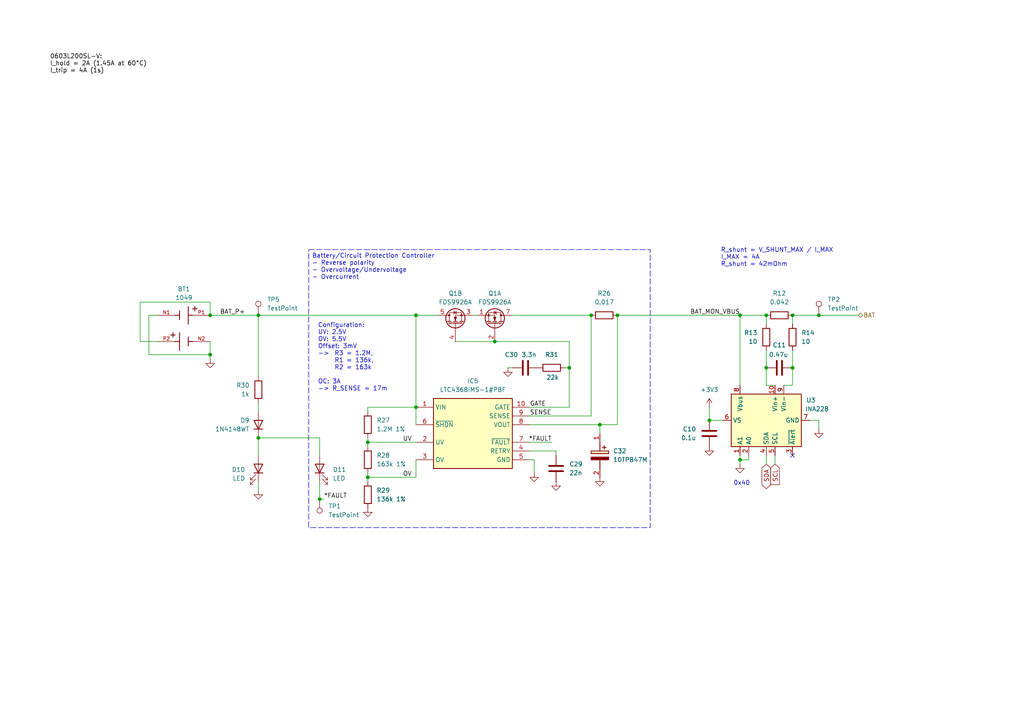
<source format=kicad_sch>
(kicad_sch (version 20250114) (generator "eeschema") (generator_version "9.0")
  (paper "A4")
  (lib_symbols
    (symbol "1049:1049" (pin_names (offset 1.016))
      (property "Reference" "BT" (at -3.81 8.89 0))
      (property "Value" "1049" (at -3.81 -7.62 0))
      (symbol "1049_0_0"
        (polyline (pts (xy -3.81 6.985) (xy -2.54 6.985)) (stroke (width 0.254)))
        (polyline (pts (xy -3.175 7.62) (xy -3.175 6.35)) (stroke (width 0.254)))
        (polyline (pts (xy -1.27 7.62) (xy -1.27 5.08)) (stroke (width 0.254)))
        (polyline (pts (xy -1.27 5.08) (xy -2.54 5.08)) (stroke (width 0.254)))
        (polyline (pts (xy -1.27 5.08) (xy -1.27 2.54)) (stroke (width 0.254)))
        (polyline (pts (xy -1.27 -2.54) (xy -2.54 -2.54)) (stroke (width 0.254)))
        (polyline (pts (xy -1.27 -2.54) (xy -1.27 -1.27)) (stroke (width 0.254)))
        (polyline (pts (xy -1.27 -3.81) (xy -1.27 -2.54)) (stroke (width 0.254)))
        (polyline (pts (xy 1.27 6.35) (xy 1.27 5.08)) (stroke (width 0.254)))
        (polyline (pts (xy 1.27 5.08) (xy 1.27 3.81)) (stroke (width 0.254)))
        (polyline (pts (xy 1.27 5.08) (xy 2.54 5.08)) (stroke (width 0.254)))
        (polyline (pts (xy 1.27 -2.54) (xy 1.27 0)) (stroke (width 0.254)))
        (polyline (pts (xy 1.27 -2.54) (xy 2.54 -2.54)) (stroke (width 0.254)))
        (polyline (pts (xy 1.27 -5.08) (xy 1.27 -2.54)) (stroke (width 0.254)))
        (polyline (pts (xy 3.175 -1.27) (xy 3.175 0)) (stroke (width 0.254)))
        (polyline (pts (xy 3.81 -0.635) (xy 2.54 -0.635)) (stroke (width 0.254)))
        (pin passive line (at -7.62 5.08 0) (length 5.08) (name "~") (number "P1"))
        (pin passive line (at -7.62 -2.54 0) (length 5.08) (name "~") (number "N2"))
        (pin passive line (at 7.62 5.08 180) (length 5.08) (name "~") (number "N1"))
        (pin passive line (at 7.62 -2.54 180) (length 5.08) (name "~") (number "P2"))
      )
    )
    (symbol "10TPB47M:10TPB47M" (pin_names (hide yes))
      (property "Reference" "C" (at 8.89 6.35 0))
      (property "Value" "10TPB47M" (at 8.89 3.81 0))
      (symbol "10TPB47M_1_1"
        (polyline (pts (xy 2.54 0) (xy 5.08 0)) (stroke (width 0.254)))
        (polyline (pts (xy 4.064 1.778) (xy 4.064 0.762)) (stroke (width 0.254)))
        (polyline (pts (xy 4.572 1.27) (xy 3.556 1.27)) (stroke (width 0.254)))
        (rectangle (start 5.08 2.54) (end 5.842 -2.54) (stroke (width 0.254)) (fill (type background)))
        (polyline (pts (xy 7.62 2.54) (xy 7.62 -2.54) (xy 6.858 -2.54) (xy 6.858 2.54) (xy 7.62 2.54)) (stroke (width 0.254)) (fill (type outline)))
        (polyline (pts (xy 7.62 0) (xy 10.16 0)) (stroke (width 0.254)))
        (pin passive line (at 0 0 0) (length 2.54) (name "+") (number "1"))
        (pin passive line (at 12.7 0 180) (length 2.54) (name "-") (number "2"))
      )
    )
    (symbol "Connector:TestPoint" (pin_numbers (hide yes)) (pin_names (offset 0.762) (hide yes))
      (property "Reference" "TP" (at 0 6.858 0))
      (property "Value" "TestPoint" (at 0 5.08 0))
      (symbol "TestPoint_0_1"
        (circle (center 0 3.302) (radius 0.762))
      )
      (symbol "TestPoint_1_1"
        (pin passive line (at 0 0 90) (length 2.54) (name "1") (number "1"))
      )
    )
    (symbol "Device:C" (pin_numbers (hide yes)) (pin_names (offset 0.254))
      (property "Reference" "C" (at 0.635 2.54 0))
      (property "Value" "C" (at 0.635 -2.54 0))
      (symbol "C_0_1"
        (polyline (pts (xy -2.032 0.762) (xy 2.032 0.762)) (stroke (width 0.508)))
        (polyline (pts (xy -2.032 -0.762) (xy 2.032 -0.762)) (stroke (width 0.508)))
      )
      (symbol "C_1_1"
        (pin passive line (at 0 3.81 270) (length 2.794) (name "~") (number "1"))
        (pin passive line (at 0 -3.81 90) (length 2.794) (name "~") (number "2"))
      )
    )
    (symbol "Device:LED" (pin_numbers (hide yes)) (pin_names (offset 1.016) (hide yes))
      (property "Reference" "D" (at 0 2.54 0))
      (property "Value" "LED" (at 0 -2.54 0))
      (symbol "LED_0_1"
        (polyline (pts (xy -3.048 -0.762) (xy -4.572 -2.286) (xy -3.81 -2.286) (xy -4.572 -2.286) (xy -4.572 -1.524)))
        (polyline (pts (xy -1.778 -0.762) (xy -3.302 -2.286) (xy -2.54 -2.286) (xy -3.302 -2.286) (xy -3.302 -1.524)))
        (polyline (pts (xy -1.27 0) (xy 1.27 0)))
        (polyline (pts (xy -1.27 -1.27) (xy -1.27 1.27)) (stroke (width 0.254)))
        (polyline (pts (xy 1.27 -1.27) (xy 1.27 1.27) (xy -1.27 0) (xy 1.27 -1.27)) (stroke (width 0.254)))
      )
      (symbol "LED_1_1"
        (pin passive line (at -3.81 0 0) (length 2.54) (name "K") (number "1"))
        (pin passive line (at 3.81 0 180) (length 2.54) (name "A") (number "2"))
      )
    )
    (symbol "Device:R" (pin_numbers (hide yes)) (pin_names (offset 0))
      (property "Reference" "R" (at 2.032 0 90))
      (property "Value" "R" (at 0 0 90))
      (symbol "R_0_1"
        (rectangle (start -1.016 -2.54) (end 1.016 2.54) (stroke (width 0.254)))
      )
      (symbol "R_1_1"
        (pin passive line (at 0 3.81 270) (length 1.27) (name "~") (number "1"))
        (pin passive line (at 0 -3.81 90) (length 1.27) (name "~") (number "2"))
      )
    )
    (symbol "Diode:1N4148WT" (pin_numbers (hide yes)) (pin_names (hide yes))
      (property "Reference" "D" (at 0 2.54 0))
      (property "Value" "1N4148WT" (at 0 -2.54 0))
      (symbol "1N4148WT_0_1"
        (polyline (pts (xy -1.27 1.27) (xy -1.27 -1.27)) (stroke (width 0.254)))
        (polyline (pts (xy 1.27 1.27) (xy 1.27 -1.27) (xy -1.27 0) (xy 1.27 1.27)) (stroke (width 0.254)))
        (polyline (pts (xy 1.27 0) (xy -1.27 0)))
      )
      (symbol "1N4148WT_1_1"
        (pin passive line (at -3.81 0 0) (length 2.54) (name "K") (number "1"))
        (pin passive line (at 3.81 0 180) (length 2.54) (name "A") (number "2"))
      )
    )
    (symbol "GND_1" (power) (pin_numbers (hide yes)) (pin_names (offset 0) (hide yes))
      (property "Value" "GND" (at 0 -3.81 0))
      (symbol "GND_1_0_1"
        (polyline (pts (xy 0 0) (xy 0 -1.27) (xy 1.27 -1.27) (xy 0 -2.54) (xy -1.27 -1.27) (xy 0 -1.27)))
      )
      (symbol "GND_1_1_1"
        (pin power_in line (at 0 0 270) (length 0) (name "~") (number "1"))
      )
    )
    (symbol "LTC4368IMS-1#PBF:LTC4368IMS-1#PBF"
      (property "Reference" "IC" (at 29.21 7.62 0))
      (property "Value" "LTC4368IMS-1#PBF" (at 29.21 5.08 0))
      (symbol "LTC4368IMS-1#PBF_1_1"
        (rectangle (start 5.08 2.54) (end 27.94 -17.78) (stroke (width 0.254)) (fill (type background)))
        (pin input line (at 0 0 0) (length 5.08) (name "VIN") (number "1"))
        (pin input line (at 0 -5.08 0) (length 5.08) (name "~{SHDN}") (number "6"))
        (pin output line (at 0 -10.16 0) (length 5.08) (name "UV") (number "2"))
        (pin output line (at 0 -15.24 0) (length 5.08) (name "OV") (number "3"))
        (pin input line (at 33.02 0 180) (length 5.08) (name "GATE") (number "10"))
        (pin input line (at 33.02 -2.54 180) (length 5.08) (name "SENSE") (number "9"))
        (pin output line (at 33.02 -5.08 180) (length 5.08) (name "VOUT") (number "8"))
        (pin input line (at 33.02 -10.16 180) (length 5.08) (name "~{FAULT}") (number "7"))
        (pin input line (at 33.02 -12.7 180) (length 5.08) (name "RETRY") (number "4"))
        (pin power_in line (at 33.02 -15.24 180) (length 5.08) (name "GND") (number "5"))
      )
    )
    (symbol "Sensor_Energy:INA228"
      (property "Reference" "U" (at -6.35 11.43 0))
      (property "Value" "INA228" (at 3.81 11.43 0))
      (symbol "INA228_0_1"
        (rectangle (start 7.62 10.16) (end -7.62 -10.16) (stroke (width 0.254)) (fill (type background)))
      )
      (symbol "INA228_1_1"
        (pin input line (at -10.16 7.62 0) (length 2.54) (name "Vbus") (number "8"))
        (pin input line (at -10.16 -2.54 0) (length 2.54) (name "Vin+") (number "10"))
        (pin input line (at -10.16 -5.08 0) (length 2.54) (name "Vin-") (number "9"))
        (pin power_in line (at 0 12.7 270) (length 2.54) (name "VS") (number "6"))
        (pin power_in line (at 0 -12.7 90) (length 2.54) (name "GND") (number "7"))
        (pin input line (at 10.16 7.62 180) (length 2.54) (name "A1") (number "1"))
        (pin input line (at 10.16 5.08 180) (length 2.54) (name "A0") (number "2"))
        (pin bidirectional line (at 10.16 0 180) (length 2.54) (name "SDA") (number "4"))
        (pin input line (at 10.16 -2.54 180) (length 2.54) (name "SCL") (number "5"))
        (pin open_collector line (at 10.16 -7.62 180) (length 2.54) (name "~{Alert}") (number "3"))
      )
    )
    (symbol "Transistor_FET:FDS9926A" (pin_names (hide yes))
      (property "Reference" "Q" (at 5.08 1.905 0))
      (property "Value" "FDS9926A" (at 5.08 0 0))
      (symbol "FDS9926A_0_1"
        (polyline (pts (xy 0.254 1.905) (xy 0.254 -1.905)) (stroke (width 0.254)))
        (polyline (pts (xy 0.254 0) (xy -2.54 0)))
        (polyline (pts (xy 0.762 2.286) (xy 0.762 1.27)) (stroke (width 0.254)))
        (polyline (pts (xy 0.762 0.508) (xy 0.762 -0.508)) (stroke (width 0.254)))
        (polyline (pts (xy 0.762 -1.27) (xy 0.762 -2.286)) (stroke (width 0.254)))
        (polyline (pts (xy 0.762 -1.778) (xy 3.302 -1.778) (xy 3.302 1.778) (xy 0.762 1.778)))
        (polyline (pts (xy 1.016 0) (xy 2.032 0.381) (xy 2.032 -0.381) (xy 1.016 0)) (fill (type outline)))
        (circle (center 1.651 0) (radius 2.794) (stroke (width 0.254)))
        (polyline (pts (xy 2.54 2.54) (xy 2.54 1.778)))
        (circle (center 2.54 1.778) (radius 0.254) (fill (type outline)))
        (circle (center 2.54 -1.778) (radius 0.254) (fill (type outline)))
        (polyline (pts (xy 2.54 -2.54) (xy 2.54 0) (xy 0.762 0)))
        (polyline (pts (xy 2.794 0.508) (xy 2.921 0.381) (xy 3.683 0.381) (xy 3.81 0.254)))
        (polyline (pts (xy 3.302 0.381) (xy 2.921 -0.254) (xy 3.683 -0.254) (xy 3.302 0.381)))
      )
      (symbol "FDS9926A_1_1"
        (pin passive line (at -5.08 0 0) (length 2.54) (name "G1") (number "2"))
        (pin passive line (at 2.54 5.08 270) (length 2.54) (name "D1") (number "7"))
        (pin passive line (at 2.54 5.08 270) (length 2.54) (hide yes) (name "D1") (number "8"))
        (pin passive line (at 2.54 -5.08 90) (length 2.54) (name "S1") (number "1"))
      )
      (symbol "FDS9926A_2_1"
        (pin passive line (at -5.08 0 0) (length 2.54) (name "G2") (number "4"))
        (pin passive line (at 2.54 5.08 270) (length 2.54) (name "D2") (number "5"))
        (pin passive line (at 2.54 5.08 270) (length 2.54) (hide yes) (name "D2") (number "6"))
        (pin passive line (at 2.54 -5.08 90) (length 2.54) (name "S2") (number "3"))
      )
    )
    (symbol "power:+3V3" (power) (pin_numbers (hide yes)) (pin_names (offset 0) (hide yes))
      (property "Value" "+3V3" (at 0 3.556 0))
      (symbol "+3V3_0_1"
        (polyline (pts (xy -0.762 1.27) (xy 0 2.54)))
        (polyline (pts (xy 0 2.54) (xy 0.762 1.27)))
        (polyline (pts (xy 0 0) (xy 0 2.54)))
      )
      (symbol "+3V3_1_1"
        (pin power_in line (at 0 0 90) (length 0) (name "~") (number "1"))
      )
    )
  )
  (text "0x40" (at 215.138 140.208 0) (effects (font (size 1.27 1.27))))
  (text "0603L200SL-V: \nI_hold = 2A (1.45A at 60°C)\nI_trip = 4A (1s)" (at 14.478 18.542 0) (effects (font (size 1.27 1.27)) (justify left)))
  (text "Configuration:\nUV: 2.5V\nOV: 5.5V\nOffset: 3mV\n->	R3 = 1.2M, \n	R1 = 136k, \n	R2 = 163k\n\nOC: 3A\n-> R_SENSE = 17m" (at 92.202 103.632 0) (effects (font (size 1.27 1.27)) (justify left)))
  (text "R_shunt = V_SHUNT_MAX / I_MAX\nI_MAX = 4A\nR_shunt = 42mOhm" (at 209.042 74.676 0) (effects (font (size 1.27 1.27)) (justify left)))
  (text_box "Battery/Circuit Protection Controller\n- Reverse polarity\n- Overvoltage/Undervoltage\n- Overcurrent" (at 89.535 72.39 0) (size 99.06 80.645) (margins 0.9525 0.9525 0.9525 0.9525) (stroke (width 0) (type dash)) (effects (font (size 1.27 1.27)) (justify left top)))
  (junction (at 74.93 127))
  (junction (at 229.87 106.68))
  (junction (at 120.65 118.11))
  (junction (at 60.96 102.87))
  (junction (at 205.74 121.92))
  (junction (at 106.68 128.27))
  (junction (at 120.65 91.44))
  (junction (at 222.25 91.44))
  (junction (at 60.96 91.44))
  (junction (at 171.45 91.44))
  (junction (at 237.49 91.44))
  (junction (at 214.63 133.35))
  (junction (at 74.93 91.44))
  (junction (at 106.68 138.43))
  (junction (at 179.07 91.44))
  (junction (at 173.99 123.19))
  (junction (at 143.51 99.06))
  (junction (at 92.71 144.78))
  (junction (at 165.1 106.68))
  (junction (at 222.25 106.68))
  (junction (at 229.87 91.44))
  (junction (at 214.63 91.44))
  (no_connect (at 229.87 132.08))
  (wire (pts (xy 153.67 123.19) (xy 173.99 123.19)))
  (wire (pts (xy 214.63 132.08) (xy 214.63 133.35)))
  (wire (pts (xy 163.83 106.68) (xy 165.1 106.68)))
  (wire (pts (xy 209.55 121.92) (xy 205.74 121.92)))
  (wire (pts (xy 217.17 133.35) (xy 214.63 133.35)))
  (wire (pts (xy 227.33 111.76) (xy 229.87 111.76)))
  (wire (pts (xy 43.18 91.44) (xy 43.18 102.87)))
  (wire (pts (xy 154.94 133.35) (xy 154.94 137.16)))
  (wire (pts (xy 120.65 118.11) (xy 106.68 118.11)))
  (wire (pts (xy 106.68 128.27) (xy 120.65 128.27)))
  (wire (pts (xy 248.92 91.44) (xy 237.49 91.44)))
  (wire (pts (xy 106.68 118.11) (xy 106.68 119.38)))
  (wire (pts (xy 165.1 99.06) (xy 165.1 106.68)))
  (wire (pts (xy 106.68 137.16) (xy 106.68 138.43)))
  (wire (pts (xy 60.96 102.87) (xy 60.96 99.06)))
  (wire (pts (xy 224.79 111.76) (xy 222.25 111.76)))
  (wire (pts (xy 60.96 104.14) (xy 60.96 102.87)))
  (wire (pts (xy 222.25 101.6) (xy 222.25 106.68)))
  (wire (pts (xy 60.96 91.44) (xy 74.93 91.44)))
  (wire (pts (xy 45.72 91.44) (xy 43.18 91.44)))
  (wire (pts (xy 74.93 127) (xy 92.71 127)))
  (wire (pts (xy 137.16 91.44) (xy 138.43 91.44)))
  (wire (pts (xy 217.17 132.08) (xy 217.17 133.35)))
  (wire (pts (xy 120.65 133.35) (xy 120.65 138.43)))
  (wire (pts (xy 93.98 144.78) (xy 92.71 144.78)))
  (wire (pts (xy 214.63 91.44) (xy 214.63 111.76)))
  (wire (pts (xy 106.68 138.43) (xy 106.68 139.7)))
  (wire (pts (xy 205.74 118.11) (xy 205.74 121.92)))
  (wire (pts (xy 229.87 111.76) (xy 229.87 106.68)))
  (wire (pts (xy 60.96 87.63) (xy 60.96 91.44)))
  (wire (pts (xy 222.25 91.44) (xy 214.63 91.44)))
  (wire (pts (xy 153.67 120.65) (xy 171.45 120.65)))
  (wire (pts (xy 165.1 106.68) (xy 165.1 118.11)))
  (wire (pts (xy 237.49 91.44) (xy 229.87 91.44)))
  (wire (pts (xy 43.18 102.87) (xy 60.96 102.87)))
  (wire (pts (xy 214.63 133.35) (xy 214.63 134.62)))
  (wire (pts (xy 173.99 123.19) (xy 179.07 123.19)))
  (wire (pts (xy 222.25 132.08) (xy 222.25 134.62)))
  (wire (pts (xy 153.67 118.11) (xy 165.1 118.11)))
  (wire (pts (xy 60.96 87.63) (xy 40.64 87.63)))
  (wire (pts (xy 74.93 139.7) (xy 74.93 142.24)))
  (wire (pts (xy 229.87 91.44) (xy 229.87 93.98)))
  (wire (pts (xy 160.02 128.27) (xy 153.67 128.27)))
  (wire (pts (xy 222.25 91.44) (xy 222.25 93.98)))
  (wire (pts (xy 173.99 123.19) (xy 173.99 125.73)))
  (wire (pts (xy 92.71 144.78) (xy 92.71 139.7)))
  (wire (pts (xy 179.07 123.19) (xy 179.07 91.44)))
  (wire (pts (xy 229.87 101.6) (xy 229.87 106.68)))
  (wire (pts (xy 92.71 127) (xy 92.71 132.08)))
  (wire (pts (xy 224.79 132.08) (xy 224.79 134.62)))
  (wire (pts (xy 153.67 130.81) (xy 161.29 130.81)))
  (wire (pts (xy 132.08 99.06) (xy 143.51 99.06)))
  (wire (pts (xy 222.25 111.76) (xy 222.25 106.68)))
  (wire (pts (xy 120.65 91.44) (xy 120.65 118.11)))
  (wire (pts (xy 106.68 127) (xy 106.68 128.27)))
  (wire (pts (xy 179.07 91.44) (xy 214.63 91.44)))
  (wire (pts (xy 106.68 128.27) (xy 106.68 129.54)))
  (wire (pts (xy 148.59 91.44) (xy 171.45 91.44)))
  (wire (pts (xy 147.32 106.68) (xy 148.59 106.68)))
  (wire (pts (xy 237.49 124.46) (xy 237.49 121.92)))
  (wire (pts (xy 237.49 121.92) (xy 234.95 121.92)))
  (wire (pts (xy 153.67 133.35) (xy 154.94 133.35)))
  (wire (pts (xy 161.29 130.81) (xy 161.29 132.08)))
  (wire (pts (xy 40.64 87.63) (xy 40.64 99.06)))
  (wire (pts (xy 120.65 91.44) (xy 127 91.44)))
  (wire (pts (xy 74.93 116.84) (xy 74.93 119.38)))
  (wire (pts (xy 74.93 127) (xy 74.93 132.08)))
  (wire (pts (xy 74.93 91.44) (xy 74.93 109.22)))
  (wire (pts (xy 40.64 99.06) (xy 45.72 99.06)))
  (wire (pts (xy 74.93 91.44) (xy 120.65 91.44)))
  (wire (pts (xy 120.65 138.43) (xy 106.68 138.43)))
  (wire (pts (xy 143.51 99.06) (xy 165.1 99.06)))
  (wire (pts (xy 120.65 118.11) (xy 120.65 123.19)))
  (wire (pts (xy 171.45 120.65) (xy 171.45 91.44)))
  (label "BAT_P+" (at 71.12 91.44 180))
  (label "UV" (at 116.84 128.27 0))
  (label "*FAULT" (at 160.02 128.27 180))
  (label "*FAULT" (at 93.98 144.78 0))
  (label "SENSE" (at 153.67 120.65 0))
  (label "GATE" (at 153.67 118.11 0))
  (label "OV" (at 116.84 138.43 0))
  (label "BAT_MON_VBUS" (at 214.63 91.44 180))
  (global_label "SCL" (shape input) (at 224.79 134.62 270) (property "Intersheetrefs" "${INTERSHEET_REFS}" (effects (hide yes))))
  (global_label "SDA" (shape bidirectional) (at 222.25 134.62 270) (property "Intersheetrefs" "${INTERSHEET_REFS}" (effects (hide yes))))
  (hierarchical_label "BAT" (shape bidirectional) (at 248.92 91.44 0))
  (symbol (lib_id "Device:R") (at 74.93 113.03 0) (mirror y) (unit 1)
    (property "Reference" "R30" (at 72.39 111.7599 0) (effects (justify left)))
    (property "Value" "1k" (at 72.39 114.2999 0) (effects (justify left)))
    (property "Footprint" "Resistor_SMD:R_0603_1608Metric" (effects (hide yes)))
    (property "Description" "Resistor" (effects (hide yes)))
  )
  (symbol (lib_name "GND_1") (lib_id "power:GND") (at 205.74 129.54 0) (mirror y) (unit 1)
    (property "Reference" "#PWR014" (effects (hide yes)))
    (property "Value" "GND" (effects (hide yes)))
    (property "Description" "Power symbol creates a global label with name \"GND\" , ground" (effects (hide yes)))
  )
  (symbol (lib_id "Device:R") (at 222.25 97.79 0) (mirror x) (unit 1)
    (property "Reference" "R13" (at 219.71 96.5199 0) (effects (justify right)))
    (property "Value" "10" (at 219.71 99.0599 0) (effects (justify right)))
    (property "Footprint" "Resistor_SMD:R_0603_1608Metric" (effects (hide yes)))
    (property "Description" "Resistor" (effects (hide yes)))
  )
  (symbol (lib_id "Device:LED") (at 74.93 135.89 270) (mirror x) (unit 1)
    (property "Reference" "D10" (at 71.12 136.2074 90) (effects (justify right)))
    (property "Value" "LED" (at 71.12 138.7474 90) (effects (justify right)))
    (property "Footprint" "LED_SMD:LED_0603_1608Metric" (effects (hide yes)))
    (property "Description" "Light emitting diode" (effects (hide yes)))
    (property "Sim.Pins" "1=K 2=A" (effects (hide yes)))
  )
  (symbol (lib_id "Connector:TestPoint") (at 74.93 91.44 0) (unit 1)
    (property "Reference" "TP5" (at 77.47 86.8679 0) (effects (justify left)))
    (property "Value" "TestPoint" (at 77.47 89.4079 0) (effects (justify left)))
    (property "Footprint" "TestPoint:TestPoint_THTPad_D1.5mm_Drill0.7mm" (effects (hide yes)))
    (property "Description" "test point" (effects (hide yes)))
  )
  (symbol (lib_name "GND_1") (lib_id "power:GND") (at 237.49 124.46 0) (mirror y) (unit 1)
    (property "Reference" "#PWR012" (effects (hide yes)))
    (property "Value" "GND" (effects (hide yes)))
    (property "Description" "Power symbol creates a global label with name \"GND\" , ground" (effects (hide yes)))
  )
  (symbol (lib_name "GND_1") (lib_id "power:GND") (at 106.68 147.32 0) (mirror y) (unit 1)
    (property "Reference" "#PWR049" (effects (hide yes)))
    (property "Value" "GND" (effects (hide yes)))
    (property "Description" "Power symbol creates a global label with name \"GND\" , ground" (effects (hide yes)))
  )
  (symbol (lib_name "GND_1") (lib_id "power:GND") (at 74.93 142.24 0) (mirror y) (unit 1)
    (property "Reference" "#PWR054" (effects (hide yes)))
    (property "Value" "GND" (effects (hide yes)))
    (property "Description" "Power symbol creates a global label with name \"GND\" , ground" (effects (hide yes)))
  )
  (symbol (lib_id "Sensor_Energy:INA228") (at 222.25 121.92 90) (mirror x) (unit 1)
    (property "Reference" "U3" (at 235.204 116.078 90))
    (property "Value" "INA228" (at 236.982 118.618 90))
    (property "Footprint" "Package_SO:VSSOP-10_3x3mm_P0.5mm" (effects (hide yes)))
    (property "Datasheet" "https://www.ti.com/lit/ds/symlink/ina228.pdf" (effects (hide yes)))
    (property "Description" "High-Side or Low-Side Measurement, Bi-Directional Current and Power Monitor (0-85V) with I2C, SMBus-, and PMBus-Compatible Interface, VSSOP-10" (effects (hide yes)))
  )
  (symbol (lib_id "Device:R") (at 106.68 123.19 0) (unit 1)
    (property "Reference" "R27" (at 109.22 121.9199 0) (effects (justify left)))
    (property "Value" "1.2M 1%" (at 109.22 124.4599 0) (effects (justify left)))
    (property "Footprint" "Resistor_SMD:R_0603_1608Metric" (effects (hide yes)))
    (property "Description" "Resistor" (effects (hide yes)))
  )
  (symbol (lib_id "LTC4368IMS-1#PBF:LTC4368IMS-1#PBF") (at 120.65 118.11 0) (unit 1)
    (property "Reference" "IC5" (at 137.16 110.49 0))
    (property "Value" "LTC4368IMS-1#PBF" (at 137.16 113.03 0))
    (property "Footprint" "LTC4368IMS-1#PBF:SOP50P490X110-10N" (effects (hide yes)))
    (property "Datasheet" "https://www.analog.com/media/en/technical-documentation/data-sheets/LTC4368.pdf" (effects (hide yes)))
    (property "Description" "Surge Suppressors 100V OV, UV, OC and Reverse Supply Protection Controller with -50mV Reverse Threshold" (effects (hide yes)))
    (property "Height" "1.1" (effects (hide yes)))
    (property "Mouser Part Number" "584-LTC4368IMS1PBF" (effects (hide yes)))
    (property "Mouser Price/Stock" "https://www.mouser.co.uk/ProductDetail/Analog-Devices/LTC4368IMS-1PBF?qs=5aG0NVq1C4wGfnPsm%2Fm35Q%3D%3D" (effects (hide yes)))
    (property "Manufacturer_Name" "Analog Devices" (effects (hide yes)))
    (property "Manufacturer_Part_Number" "LTC4368IMS-1#PBF" (effects (hide yes)))
  )
  (symbol (lib_name "GND_1") (lib_id "power:GND") (at 147.32 106.68 0) (mirror y) (unit 1)
    (property "Reference" "#PWR051" (effects (hide yes)))
    (property "Value" "GND" (effects (hide yes)))
    (property "Description" "Power symbol creates a global label with name \"GND\" , ground" (effects (hide yes)))
  )
  (symbol (lib_name "GND_1") (lib_id "power:GND") (at 161.29 139.7 0) (mirror y) (unit 1)
    (property "Reference" "#PWR052" (effects (hide yes)))
    (property "Value" "GND" (effects (hide yes)))
    (property "Description" "Power symbol creates a global label with name \"GND\" , ground" (effects (hide yes)))
  )
  (symbol (lib_id "Device:R") (at 229.87 97.79 180) (unit 1)
    (property "Reference" "R14" (at 232.41 96.5199 0) (effects (justify right)))
    (property "Value" "10" (at 232.41 99.0599 0) (effects (justify right)))
    (property "Footprint" "Resistor_SMD:R_0603_1608Metric" (effects (hide yes)))
    (property "Description" "Resistor" (effects (hide yes)))
  )
  (symbol (lib_id "1049:1049") (at 53.34 96.52 0) (mirror y) (unit 1)
    (property "Reference" "BT1" (at 53.34 83.82 0))
    (property "Value" "1049" (at 53.34 86.36 0))
    (property "Footprint" "Battery_holder:BAT_1049" (effects (hide yes)))
    (property "PARTREV" "F" (effects (hide yes)))
    (property "STANDARD" "Manufacturer Recommendations" (effects (hide yes)))
    (property "SNAPEDA_PN" "109" (effects (hide yes)))
    (property "MAXIMUM_PACKAGE_HEIGHT" "15.1mm" (effects (hide yes)))
    (property "MANUFACTURER" "Keystone" (effects (hide yes)))
  )
  (symbol (lib_id "power:+3V3") (at 205.74 118.11 0) (mirror y) (unit 1)
    (property "Reference" "#PWR013" (effects (hide yes)))
    (property "Value" "+3V3" (at 205.74 113.03 0))
    (property "Description" "Power symbol creates a global label with name \"+3V3\"" (effects (hide yes)))
  )
  (symbol (lib_id "Connector:TestPoint") (at 92.71 144.78 180) (unit 1)
    (property "Reference" "TP1" (at 95.25 146.8119 0) (effects (justify right)))
    (property "Value" "TestPoint" (at 95.25 149.3519 0) (effects (justify right)))
    (property "Footprint" "TestPoint:TestPoint_THTPad_D1.5mm_Drill0.7mm" (effects (hide yes)))
    (property "Description" "test point" (effects (hide yes)))
  )
  (symbol (lib_id "Device:R") (at 106.68 133.35 0) (unit 1)
    (property "Reference" "R28" (at 109.22 132.0799 0) (effects (justify left)))
    (property "Value" "163k 1%" (at 109.22 134.6199 0) (effects (justify left)))
    (property "Footprint" "Resistor_SMD:R_0603_1608Metric" (effects (hide yes)))
    (property "Description" "Resistor" (effects (hide yes)))
  )
  (symbol (lib_id "Diode:1N4148WT") (at 74.93 123.19 270) (mirror x) (unit 1)
    (property "Reference" "D9" (at 72.39 121.9199 90) (effects (justify right)))
    (property "Value" "1N4148WT" (at 72.39 124.4599 90) (effects (justify right)))
    (property "Footprint" "Diode_SMD:D_SOD-523" (effects (hide yes)))
    (property "Datasheet" "https://www.diodes.com/assets/Datasheets/ds30396.pdf" (effects (hide yes)))
    (property "Description" "75V 0.15A Fast switching Diode, SOD-523" (effects (hide yes)))
    (property "Sim.Device" "D" (effects (hide yes)))
    (property "Sim.Pins" "1=K 2=A" (effects (hide yes)))
  )
  (symbol (lib_id "Device:R") (at 106.68 143.51 0) (unit 1)
    (property "Reference" "R29" (at 109.22 142.2399 0) (effects (justify left)))
    (property "Value" "136k 1%" (at 109.22 144.7799 0) (effects (justify left)))
    (property "Footprint" "Resistor_SMD:R_0603_1608Metric" (effects (hide yes)))
    (property "Description" "Resistor" (effects (hide yes)))
  )
  (symbol (lib_name "GND_1") (lib_id "power:GND") (at 173.99 138.43 0) (mirror y) (unit 1)
    (property "Reference" "#PWR053" (effects (hide yes)))
    (property "Value" "GND" (effects (hide yes)))
    (property "Description" "Power symbol creates a global label with name \"GND\" , ground" (effects (hide yes)))
  )
  (symbol (lib_id "Device:R") (at 175.26 91.44 270) (mirror x) (unit 1)
    (property "Reference" "R26" (at 175.26 85.09 90))
    (property "Value" "0.017" (at 175.26 87.63 90))
    (property "Footprint" "Resistor_SMD:R_1206_3216Metric" (effects (hide yes)))
    (property "Description" "Resistor" (effects (hide yes)))
  )
  (symbol (lib_id "Device:R") (at 160.02 106.68 90) (unit 1)
    (property "Reference" "R31" (at 160.02 102.87 90))
    (property "Value" "22k" (at 160.274 109.474 90))
    (property "Footprint" "Resistor_SMD:R_0603_1608Metric" (effects (hide yes)))
    (property "Description" "Resistor" (effects (hide yes)))
  )
  (symbol (lib_id "Device:C") (at 161.29 135.89 0) (unit 1)
    (property "Reference" "C29" (at 165.1 134.6199 0) (effects (justify left)))
    (property "Value" "22n" (at 165.1 137.1599 0) (effects (justify left)))
    (property "Footprint" "Capacitor_SMD:C_0603_1608Metric" (effects (hide yes)))
    (property "Description" "Unpolarized capacitor" (effects (hide yes)))
  )
  (symbol (lib_id "Device:C") (at 205.74 125.73 0) (mirror y) (unit 1)
    (property "Reference" "C10" (at 201.93 124.4599 0) (effects (justify left)))
    (property "Value" "0.1u" (at 201.93 126.9999 0) (effects (justify left)))
    (property "Footprint" "Capacitor_SMD:C_0603_1608Metric" (effects (hide yes)))
    (property "Description" "Unpolarized capacitor" (effects (hide yes)))
  )
  (symbol (lib_id "Device:C") (at 226.06 106.68 270) (mirror x) (unit 1)
    (property "Reference" "C11" (at 226.06 100.076 90))
    (property "Value" "0.47u" (at 225.806 102.87 90))
    (property "Footprint" "Capacitor_SMD:C_0603_1608Metric" (effects (hide yes)))
    (property "Description" "Unpolarized capacitor" (effects (hide yes)))
  )
  (symbol (lib_id "Device:LED") (at 92.71 135.89 90) (unit 1)
    (property "Reference" "D11" (at 96.52 136.2074 90) (effects (justify right)))
    (property "Value" "LED" (at 96.52 138.7474 90) (effects (justify right)))
    (property "Footprint" "LED_SMD:LED_0603_1608Metric" (effects (hide yes)))
    (property "Description" "Light emitting diode" (effects (hide yes)))
    (property "Sim.Pins" "1=K 2=A" (effects (hide yes)))
  )
  (symbol (lib_name "GND_1") (lib_id "power:GND") (at 154.94 137.16 0) (mirror y) (unit 1)
    (property "Reference" "#PWR050" (effects (hide yes)))
    (property "Value" "GND" (effects (hide yes)))
    (property "Description" "Power symbol creates a global label with name \"GND\" , ground" (effects (hide yes)))
  )
  (symbol (lib_id "Connector:TestPoint") (at 237.49 91.44 0) (unit 1)
    (property "Reference" "TP2" (at 240.03 86.8679 0) (effects (justify left)))
    (property "Value" "TestPoint" (at 240.03 89.4079 0) (effects (justify left)))
    (property "Footprint" "TestPoint:TestPoint_THTPad_D1.5mm_Drill0.7mm" (effects (hide yes)))
    (property "Description" "test point" (effects (hide yes)))
  )
  (symbol (lib_id "Device:C") (at 152.4 106.68 90) (unit 1)
    (property "Reference" "C30" (at 148.336 102.87 90))
    (property "Value" "3.3n" (at 153.416 102.87 90))
    (property "Footprint" "Capacitor_SMD:C_0603_1608Metric" (effects (hide yes)))
    (property "Description" "Unpolarized capacitor" (effects (hide yes)))
  )
  (symbol (lib_id "Device:R") (at 226.06 91.44 270) (mirror x) (unit 1)
    (property "Reference" "R12" (at 226.06 85.09 90))
    (property "Value" "0.042" (at 226.06 87.63 90))
    (property "Footprint" "Resistor_SMD:R_1206_3216Metric" (effects (hide yes)))
    (property "Description" "Resistor" (effects (hide yes)))
  )
  (symbol (lib_id "Transistor_FET:FDS9926A") (at 132.08 93.98 90) (unit 2)
    (property "Reference" "Q1" (at 132.08 85.09 90))
    (property "Value" "FDS9926A" (at 132.08 87.63 90))
    (property "Footprint" "Package_SO:SOIC-8_3.9x4.9mm_P1.27mm" (effects (hide yes)))
    (property "Datasheet" "https://www.onsemi.com/pub/Collateral/FDS9926A-D.pdf" (effects (hide yes)))
    (property "Description" "6.5A Id, 20V Vds, Dual N-Channel MOSFET, 30mOhm Ron, SO-8" (effects (hide yes)))
  )
  (symbol (lib_id "10TPB47M:10TPB47M") (at 173.99 125.73 270) (unit 1)
    (property "Reference" "C32" (at 177.8 130.8099 90) (effects (justify left)))
    (property "Value" "10TPB47M" (at 177.8 133.3499 90) (effects (justify left)))
    (property "Footprint" "10TPB47M:POSCAP_B1_B1S_B1G_B15G_B2_B2S" (effects (hide yes)))
    (property "Datasheet" "http://industrial.panasonic.com/cdbs/www-data/pdf/AAA8000/AAA8000C65.pdf" (effects (hide yes)))
    (property "Description" "Panasonic Tantalum Capacitor 47uF 10V dc Polymer Solid +/-20% Tolerance POSCAP TPB Series" (effects (hide yes)))
    (property "Mouser Part Number" "667-10TPB47M" (effects (hide yes)))
    (property "Mouser Price/Stock" "https://www.mouser.co.uk/ProductDetail/Panasonic/10TPB47M?qs=OE1iw1LrrPF6e38T0%252BNoyw%3D%3D" (effects (hide yes)))
    (property "Manufacturer_Name" "Panasonic" (effects (hide yes)))
    (property "Manufacturer_Part_Number" "10TPB47M" (effects (hide yes)))
  )
  (symbol (lib_name "GND_1") (lib_id "power:GND") (at 60.96 104.14 0) (mirror y) (unit 1)
    (property "Reference" "#PWR011" (effects (hide yes)))
    (property "Value" "GND" (effects (hide yes)))
    (property "Description" "Power symbol creates a global label with name \"GND\" , ground" (effects (hide yes)))
  )
  (symbol (lib_id "Transistor_FET:FDS9926A") (at 143.51 93.98 270) (mirror x) (unit 1)
    (property "Reference" "Q1" (at 143.51 85.09 90))
    (property "Value" "FDS9926A" (at 143.51 87.63 90))
    (property "Footprint" "Package_SO:SOIC-8_3.9x4.9mm_P1.27mm" (effects (hide yes)))
    (property "Datasheet" "https://www.onsemi.com/pub/Collateral/FDS9926A-D.pdf" (effects (hide yes)))
    (property "Description" "6.5A Id, 20V Vds, Dual N-Channel MOSFET, 30mOhm Ron, SO-8" (effects (hide yes)))
  )
  (symbol (lib_name "GND_1") (lib_id "power:GND") (at 214.63 134.62 0) (mirror y) (unit 1)
    (property "Reference" "#PWR015" (effects (hide yes)))
    (property "Value" "GND" (effects (hide yes)))
    (property "Description" "Power symbol creates a global label with name \"GND\" , ground" (effects (hide yes)))
  )
)
</source>
